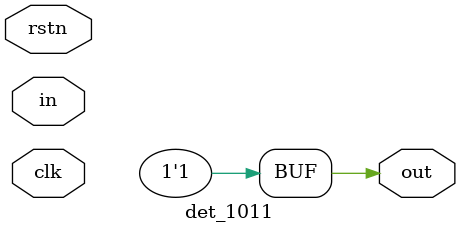
<source format=sv>
module det_1011 (input clk, input rstn, input in, output out );

  parameter IDLE = 0, // Estado 0 
             S1  = 1, //Estado 1
             S10 = 2, // Estado 2
            S101 = 3, // Estado 3
           S1011 = 4;  // Estado 4 Indica que la secuencia está completa 

  reg[2:0] cur_state, next_state; //Estado actual y estado siguiente 

  assign out = S1011 ? 1: 0; //Si el parametro S1011 esta en alto out = 1 si S1011

  always@(posedge clk) begin
    if(!rstn) begin //Reset se activa en bajo
      cur_state <= IDLE;
    end else begin
      cur_state <= next_state;
    end
  end

  always@(cur_state or in) begin
    case(cur_state)
      IDLE: begin
        next_state <= in ? S1 : IDLE;
      end
    
      S1: begin
        next_state <= in ? S1 : S10;
      end
     
      S10: begin
        next_state <= in ? S101 : IDLE; 
      end

      S101: begin
        next_state <= in ? S1011 : S10; 
      end

      S1011: begin
        next_state <= in ? S1 : S10; 
      end    
    endcase
  end
endmodule
</source>
